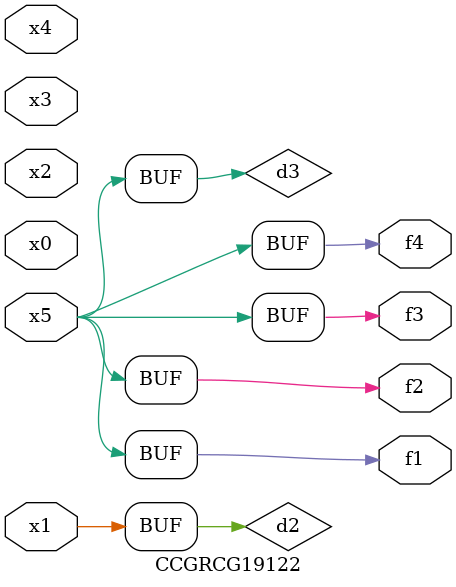
<source format=v>
module CCGRCG19122(
	input x0, x1, x2, x3, x4, x5,
	output f1, f2, f3, f4
);

	wire d1, d2, d3;

	not (d1, x5);
	or (d2, x1);
	xnor (d3, d1);
	assign f1 = d3;
	assign f2 = d3;
	assign f3 = d3;
	assign f4 = d3;
endmodule

</source>
